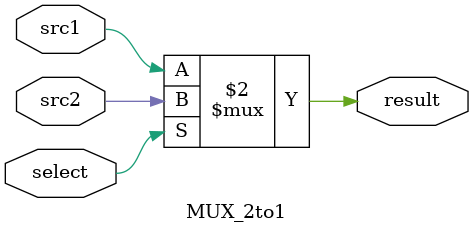
<source format=v>
`timescale 1ns/1ps

module MUX_2to1(
	input      src1,
	input      src2,
	input	   select,
	output reg result
	);

always @(*) begin
	result = select? src2: src1;
end


endmodule


</source>
